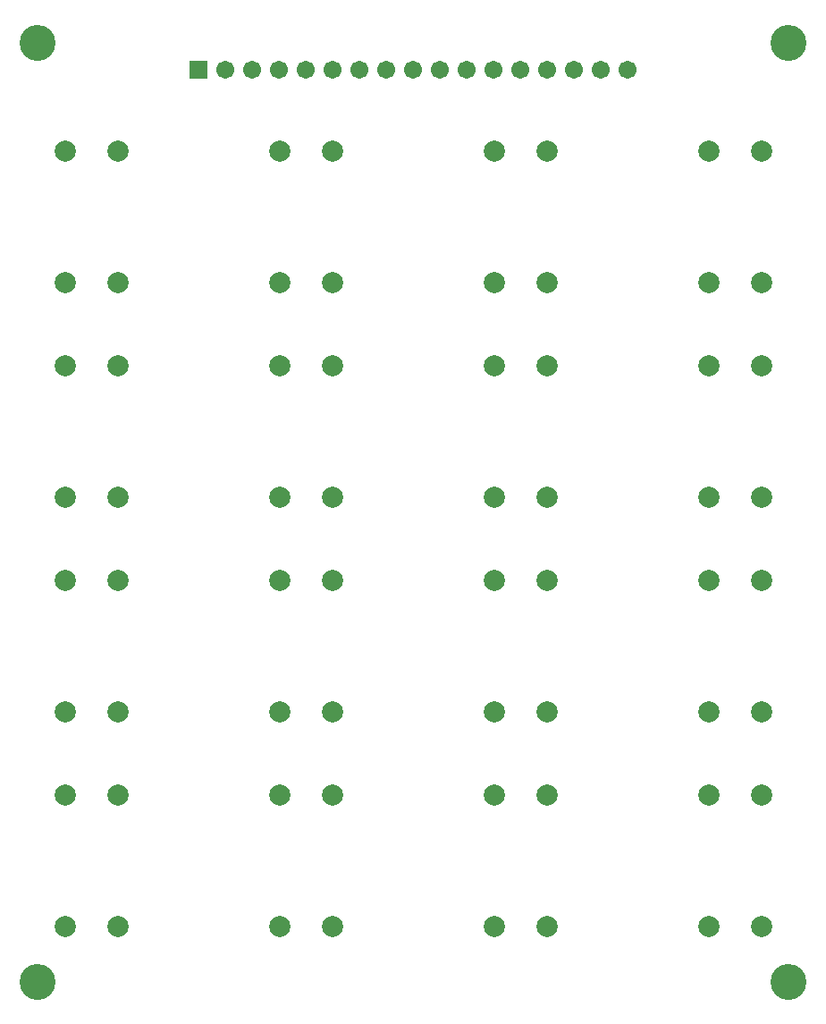
<source format=gbr>
%TF.GenerationSoftware,Altium Limited,Altium Designer,20.1.8 (145)*%
G04 Layer_Color=8388736*
%FSLAX43Y43*%
%MOMM*%
%TF.SameCoordinates,AF84363C-28A1-45D9-8252-6D2C0F04BFE8*%
%TF.FilePolarity,Negative*%
%TF.FileFunction,Soldermask,Top*%
%TF.Part,Single*%
G01*
G75*
%TA.AperFunction,ComponentPad*%
%ADD16C,1.703*%
%ADD17R,1.703X1.703*%
%ADD18C,2.003*%
%ADD19C,3.403*%
D16*
X59670Y90170D02*
D03*
X54590D02*
D03*
X57130D02*
D03*
X46970D02*
D03*
X49510D02*
D03*
X52050D02*
D03*
X39350D02*
D03*
X41890D02*
D03*
X44430D02*
D03*
X31730D02*
D03*
X34270D02*
D03*
X36810D02*
D03*
X24110D02*
D03*
X21570D02*
D03*
X26650D02*
D03*
X29190D02*
D03*
D17*
X19030D02*
D03*
D18*
X31710Y82450D02*
D03*
Y69950D02*
D03*
X26710Y82450D02*
D03*
Y69950D02*
D03*
X67350Y8990D02*
D03*
Y21490D02*
D03*
X72350Y8990D02*
D03*
Y21490D02*
D03*
X67350Y29310D02*
D03*
Y41810D02*
D03*
X72350Y29310D02*
D03*
Y41810D02*
D03*
X67350Y49630D02*
D03*
Y62130D02*
D03*
X72350Y49630D02*
D03*
Y62130D02*
D03*
X67350Y69950D02*
D03*
Y82450D02*
D03*
X72350Y69950D02*
D03*
Y82450D02*
D03*
X47030Y8990D02*
D03*
Y21490D02*
D03*
X52030Y8990D02*
D03*
Y21490D02*
D03*
X47030Y29310D02*
D03*
Y41810D02*
D03*
X52030Y29310D02*
D03*
Y41810D02*
D03*
X47030Y49630D02*
D03*
Y62130D02*
D03*
X52030Y49630D02*
D03*
Y62130D02*
D03*
X47030Y69950D02*
D03*
Y82450D02*
D03*
X52030Y69950D02*
D03*
Y82450D02*
D03*
X26710Y8990D02*
D03*
Y21490D02*
D03*
X31710Y8990D02*
D03*
Y21490D02*
D03*
X26710Y29310D02*
D03*
Y41810D02*
D03*
X31710Y29310D02*
D03*
Y41810D02*
D03*
X26710Y49630D02*
D03*
Y62130D02*
D03*
X31710Y49630D02*
D03*
Y62130D02*
D03*
X6390Y8990D02*
D03*
Y21490D02*
D03*
X11390Y8990D02*
D03*
Y21490D02*
D03*
X6390Y29310D02*
D03*
Y41810D02*
D03*
X11390Y29310D02*
D03*
Y41810D02*
D03*
X6390Y49630D02*
D03*
Y62130D02*
D03*
X11390Y49630D02*
D03*
Y62130D02*
D03*
X6390Y69950D02*
D03*
Y82450D02*
D03*
X11390Y69950D02*
D03*
Y82450D02*
D03*
D19*
X3810Y3810D02*
D03*
X74930D02*
D03*
Y92710D02*
D03*
X3810D02*
D03*
%TF.MD5,64b404d6648b42be0d84df4cf385b575*%
M02*

</source>
